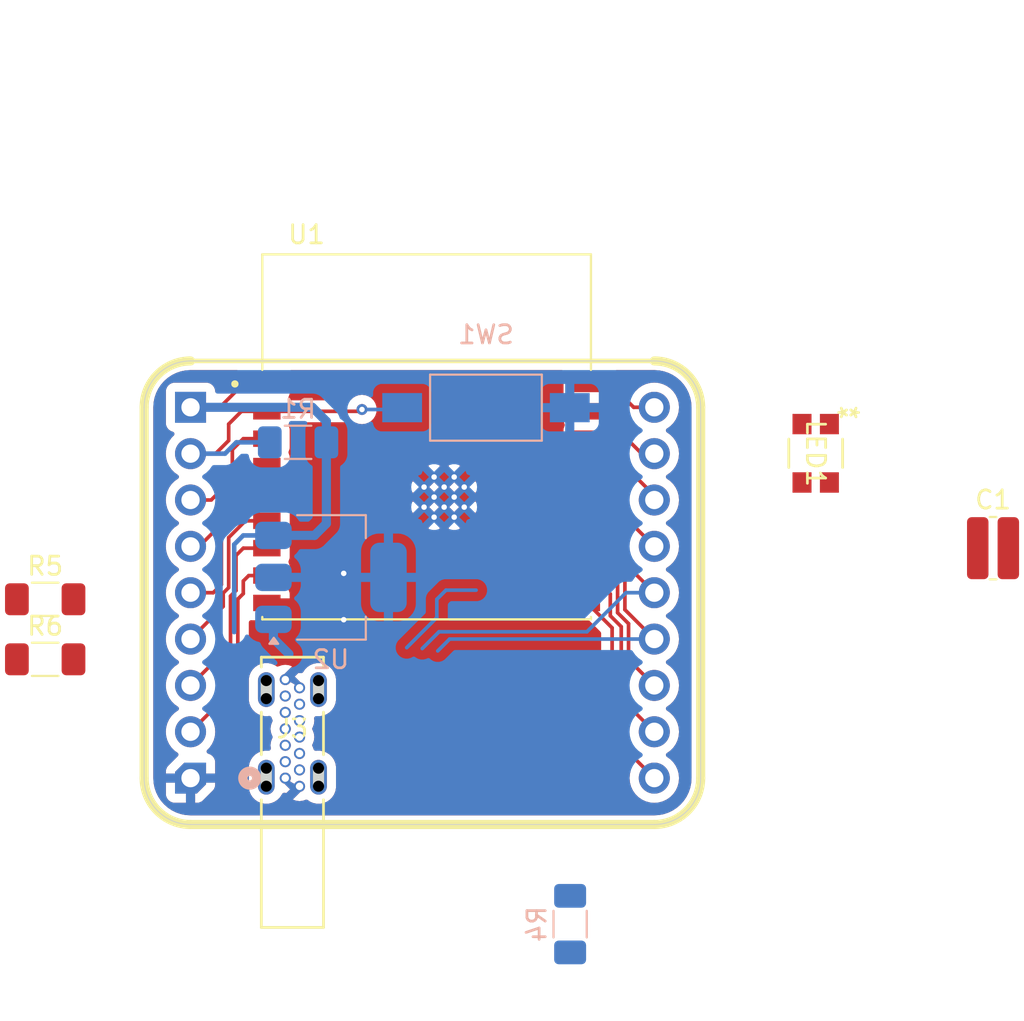
<source format=kicad_pcb>
(kicad_pcb (version 20240108) (generator "pcbnew") (generator_version "8.0")
  (layers (0 "F.Cu" signal) (31 "B.Cu" signal) (34 "B.Paste" user) (35 "F.Paste" user) (36 "B.SilkS" user "B.Silkscreen") (37 "F.SilkS" user "F.Silkscreen") (38 "B.Mask" user) (39 "F.Mask" user) (44 "Edge.Cuts" user))
  (net 0 "")
  (net 1 "GPIO3")
  (net 2 "GND")
  (net 3 "GPIO2")
  (net 4 "GPIO1")
  (net 5 "GPIO0")
  (net 6 "GPIO4")
  (net 7 "VBUS")
  (net 8 "GPIO7")
  (net 9 "USB_D+")
  (net 10 "UART-RX")
  (net 11 "USB_D-")
  (net 12 "GPIO5")
  (net 13 "GPIO8")
  (net 14 "UART-TX")
  (net 15 "GPIO10")
  (net 16 "EN")
  (net 17 "GPIO9")
  (net 18 "3V3")
  (net 19 "GPIO6")
  (net 21 "Net-(LED1-GND-Pad1)")
  (net 30 "Net-(J3-CC2)")
  (net 31 "Net-(J3-CC1)")
  (footprint "Alexander Footprint Library:ESP32-C3-WROOM-02-H4" (layer "F.Cu") (at 156.94 61.1)
    (property "Reference" "U1" (at -6.575 -11.085 0) (layer "F.SilkS"))
    (property "Value" "ESP32-C3-WROOM-02-N4")
    (fp_line (start -9 -10) (end -9 -3.67) (stroke (width 0.127)) (layer "F.SilkS"))
    (fp_line (start -9 10) (end -9 9.87) (stroke (width 0.127)) (layer "F.SilkS"))
    (fp_line (start -9 10) (end 9 10) (stroke (width 0.127)) (layer "F.SilkS"))
    (fp_line (start 9 -10) (end -9 -10) (stroke (width 0.127)) (layer "F.SilkS"))
    (fp_line (start 9 -3.67) (end 9 -10) (stroke (width 0.127)) (layer "F.SilkS"))
    (fp_line (start 9 10) (end 9 9.87) (stroke (width 0.127)) (layer "F.SilkS"))
    (fp_circle (center -10.5 -2.9) (end -10.4 -2.9) (stroke (width 0.2)) (fill none) (layer "F.SilkS"))
    (pad "1" smd rect (at -8.75 -2.9) (size 1.5 0.9) (layers "F.Cu" "F.Paste" "F.Mask") (net 18 "3V3"))
    (pad "2" smd rect (at -8.75 -1.4) (size 1.5 0.9) (layers "F.Cu" "F.Paste" "F.Mask") (net 16 "EN"))
    (pad "3" smd rect (at -8.75 0.1) (size 1.5 0.9) (layers "F.Cu" "F.Paste" "F.Mask") (net 6 "GPIO4"))
    (pad "4" smd rect (at -8.75 1.6) (size 1.5 0.9) (layers "F.Cu" "F.Paste" "F.Mask") (net 12 "GPIO5"))
    (pad "5" smd rect (at -8.75 3.1) (size 1.5 0.9) (layers "F.Cu" "F.Paste" "F.Mask") (net 19 "GPIO6"))
    (pad "6" smd rect (at -8.75 4.6) (size 1.5 0.9) (layers "F.Cu" "F.Paste" "F.Mask") (net 8 "GPIO7"))
    (pad "7" smd rect (at -8.75 6.1) (size 1.5 0.9) (layers "F.Cu" "F.Paste" "F.Mask") (net 13 "GPIO8"))
    (pad "8" smd rect (at -8.75 7.6) (size 1.5 0.9) (layers "F.Cu" "F.Paste" "F.Mask") (net 17 "GPIO9"))
    (pad "9" smd rect (at -8.75 9.1) (size 1.5 0.9) (layers "F.Cu" "F.Paste" "F.Mask") (net 2 "GND"))
    (pad "10" smd rect (at 8.75 9.1) (size 1.5 0.9) (layers "F.Cu" "F.Paste" "F.Mask") (net 15 "GPIO10"))
    (pad "11" smd rect (at 8.75 7.6) (size 1.5 0.9) (layers "F.Cu" "F.Paste" "F.Mask") (net 10 "UART-RX"))
    (pad "12" smd rect (at 8.75 6.1) (size 1.5 0.9) (layers "F.Cu" "F.Paste" "F.Mask") (net 14 "UART-TX"))
    (pad "13" smd rect (at 8.75 4.6) (size 1.5 0.9) (layers "F.Cu" "F.Paste" "F.Mask") (net 11 "USB_D-"))
    (pad "14" smd rect (at 8.75 3.1) (size 1.5 0.9) (layers "F.Cu" "F.Paste" "F.Mask") (net 9 "USB_D+"))
    (pad "15" smd rect (at 8.75 1.6) (size 1.5 0.9) (layers "F.Cu" "F.Paste" "F.Mask") (net 1 "GPIO3"))
    (pad "16" smd rect (at 8.75 0.1) (size 1.5 0.9) (layers "F.Cu" "F.Paste" "F.Mask") (net 3 "GPIO2"))
    (pad "17" smd rect (at 8.75 -1.4) (size 1.5 0.9) (layers "F.Cu" "F.Paste" "F.Mask") (net 4 "GPIO1"))
    (pad "18" smd rect (at 8.75 -2.9) (size 1.5 0.9) (layers "F.Cu" "F.Paste" "F.Mask") (net 5 "GPIO0"))
    (pad "19" smd rect (at -0.14 2.2) (size 0.7 0.7) (layers "F.Cu" "F.Paste" "F.Mask") (net 2 "GND"))
    (pad "20" smd rect (at 0.96 2.2) (size 0.7 0.7) (layers "F.Cu" "F.Paste" "F.Mask") (net 2 "GND"))
    (pad "21" smd rect (at 2.06 2.2) (size 0.7 0.7) (layers "F.Cu" "F.Paste" "F.Mask") (net 2 "GND"))
    (pad "22" smd rect (at -0.14 3.3) (size 0.7 0.7) (layers "F.Cu" "F.Paste" "F.Mask") (net 2 "GND"))
    (pad "23" smd rect (at 0.96 3.3) (size 0.7 0.7) (layers "F.Cu" "F.Paste" "F.Mask") (net 2 "GND"))
    (pad "24" smd rect (at 2.06 3.3) (size 0.7 0.7) (layers "F.Cu" "F.Paste" "F.Mask") (net 2 "GND"))
    (pad "25" smd rect (at -0.14 4.4) (size 0.7 0.7) (layers "F.Cu" "F.Paste" "F.Mask") (net 2 "GND"))
    (pad "26" smd rect (at 0.96 4.4) (size 0.7 0.7) (layers "F.Cu" "F.Paste" "F.Mask") (net 2 "GND"))
    (pad "27" smd rect (at 2.06 4.4) (size 0.7 0.7) (layers "F.Cu" "F.Paste" "F.Mask") (net 2 "GND"))
    (pad "28" thru_hole circle (at 0.41 2.2) (size 0.4 0.4) (drill 0.3) (layers "*.Cu") (net 2 "GND"))
    (pad "29" thru_hole circle (at 1.51 2.2) (size 0.4 0.4) (drill 0.3) (layers "*.Cu") (net 2 "GND"))
    (pad "30" thru_hole circle (at -0.14 2.75) (size 0.4 0.4) (drill 0.3) (layers "*.Cu") (net 2 "GND"))
    (pad "31" thru_hole circle (at 0.96 2.75) (size 0.4 0.4) (drill 0.3) (layers "*.Cu") (net 2 "GND"))
    (pad "32" thru_hole circle (at 2.06 2.75) (size 0.4 0.4) (drill 0.3) (layers "*.Cu") (net 2 "GND"))
    (pad "33" thru_hole circle (at 0.41 3.3) (size 0.4 0.4) (drill 0.3) (layers "*.Cu") (net 2 "GND"))
    (pad "34" thru_hole circle (at 1.51 3.3) (size 0.4 0.4) (drill 0.3) (layers "*.Cu") (net 2 "GND"))
    (pad "35" thru_hole circle (at -0.14 3.85) (size 0.4 0.4) (drill 0.3) (layers "*.Cu") (net 2 "GND"))
    (pad "36" thru_hole circle (at 0.96 3.85) (size 0.4 0.4) (drill 0.3) (layers "*.Cu") (net 2 "GND"))
    (pad "37" thru_hole circle (at 2.06 3.85) (size 0.4 0.4) (drill 0.3) (layers "*.Cu") (net 2 "GND"))
    (pad "38" thru_hole circle (at 0.41 4.4) (size 0.4 0.4) (drill 0.3) (layers "*.Cu") (net 2 "GND"))
    (pad "39" thru_hole circle (at 1.51 4.4) (size 0.4 0.4) (drill 0.3) (layers "*.Cu") (net 2 "GND"))
    (zone (net 0) (net_name "") (layer "F.Cu") (connect_pads (clearance 0)) (min_thickness 0.01)
      (keepout (tracks not_allowed) (vias not_allowed) (pads not_allowed) (copperpour not_allowed) (footprints allowed))
      (fill (thermal_gap 0.508) (thermal_bridge_width 0.508))
      (polygon (pts (xy 147.94 51.1) (xy 165.94 51.1) (xy 165.94 57.1) (xy 147.94 57.1)))
    )
    (zone (net 0) (net_name "") (layer "B.Cu") (connect_pads (clearance 0)) (min_thickness 0.01)
      (keepout (tracks not_allowed) (vias not_allowed) (pads not_allowed) (copperpour not_allowed) (footprints allowed))
      (fill (thermal_gap 0.508) (thermal_bridge_width 0.508))
      (polygon (pts (xy 147.94 51.1) (xy 165.94 51.1) (xy 165.94 57.1) (xy 147.94 57.1)))
    )
  )
  (footprint "Alexander Footprint Library:B1552_HVK-M" (layer "F.Cu") (at 178.249999 62.0002 -90)
    (property "Reference" "LED1" (at 0 0 -90) (layer "F.SilkS"))
    (property "Value" "LED-RED-GREEN-B1552USUG20D")
    (fp_line (start -0.777373 1.4732) (end 0.777373 1.4732) (stroke (width 0.1524)) (layer "F.SilkS"))
    (fp_line (start -0.777373 -1.4732) (end 0.777373 -1.4732) (stroke (width 0.1524)) (layer "F.SilkS"))
    (fp_text user "*" (at -2.2352 -1.8041 -90) (layer "F.SilkS"))
    (fp_text user "*" (at -2.2352 -1.8041 90) (layer "F.SilkS"))
    (pad "1" smd rect (at -1.6002 -0.750001 270) (size 1.1176 1.0414) (layers "F.Cu" "F.Paste" "F.Mask") (net 21 "Net-(LED1-GND-Pad1)"))
    (pad "2" smd rect (at -1.6002 0.750001 270) (size 1.1176 1.0414) (layers "F.Cu" "F.Paste" "F.Mask") (net 18 "3V3"))
    (pad "3" smd rect (at 1.6002 0.750001 270) (size 1.1176 1.0414) (layers "F.Cu" "F.Paste" "F.Mask"))
    (pad "4" smd rect (at 1.6002 -0.750001 270) (size 1.1176 1.0414) (layers "F.Cu" "F.Paste" "F.Mask") (net 21 "Net-(LED1-GND-Pad1)"))
  )
  (footprint "Alexander Footprint Library:USB-C_KUSBX-SL-CS1N14-B_KYC" (layer "F.Cu") (at 149.2 79.799999)
    (property "Reference" "J3" (at 0.39 -2.7 0) (layer "F.SilkS"))
    (property "Value" "USB-C_KUSBX-SL-CS1N14-B")
    (fp_circle (center -1.9468 0) (end -1.5658 0) (stroke (width 0.508)) (fill none) (layer "B.SilkS"))
    (fp_line (start -1.3118 -6.627) (end -1.3118 -6.087007) (stroke (width 0.1524)) (layer "F.SilkS"))
    (fp_line (start -1.3118 -3.612992) (end -1.3118 -1.287007) (stroke (width 0.1524)) (layer "F.SilkS"))
    (fp_line (start -1.3118 1.187007) (end -1.3118 8.1812) (stroke (width 0.1524)) (layer "F.SilkS"))
    (fp_line (start -1.3118 8.1812) (end 2.0918 8.1812) (stroke (width 0.1524)) (layer "F.SilkS"))
    (fp_line (start 2.0918 -6.627) (end -1.3118 -6.627) (stroke (width 0.1524)) (layer "F.SilkS"))
    (fp_line (start 2.0918 -6.087007) (end 2.0918 -6.627) (stroke (width 0.1524)) (layer "F.SilkS"))
    (fp_line (start 2.0918 -1.287007) (end 2.0918 -3.612992) (stroke (width 0.1524)) (layer "F.SilkS"))
    (fp_line (start 2.0918 8.1812) (end 2.0918 1.187007) (stroke (width 0.1524)) (layer "F.SilkS"))
    (fp_line (start -1.04 -4.354699) (end -1.04 -5.345299) (stroke (width 0.6096)) (layer "Edge.Cuts"))
    (fp_line (start -1.04 0.4453) (end -1.04 -0.5453) (stroke (width 0.6096)) (layer "Edge.Cuts"))
    (fp_line (start 1.82 -4.354699) (end 1.82 -5.345299) (stroke (width 0.6096)) (layer "Edge.Cuts"))
    (fp_line (start 1.82 0.4453) (end 1.82 -0.5453) (stroke (width 0.6096)) (layer "Edge.Cuts"))
    (pad "" np_thru_hole circle (at -1.04 -5.345299) (size 0.6096 0.6096) (drill 0.6096) (layers))
    (pad "" np_thru_hole circle (at -1.04 -4.354699) (size 0.6096 0.6096) (drill 0.6096) (layers))
    (pad "" np_thru_hole circle (at -1.04 -0.5453) (size 0.6096 0.6096) (drill 0.6096) (layers))
    (pad "" np_thru_hole circle (at -1.04 0.4453) (size 0.6096 0.6096) (drill 0.6096) (layers))
    (pad "" np_thru_hole circle (at 1.82 -5.345299) (size 0.6096 0.6096) (drill 0.6096) (layers))
    (pad "" np_thru_hole circle (at 1.82 -4.354699) (size 0.6096 0.6096) (drill 0.6096) (layers))
    (pad "" np_thru_hole circle (at 1.82 -0.5453) (size 0.6096 0.6096) (drill 0.6096) (layers))
    (pad "" np_thru_hole circle (at 1.82 0.4453) (size 0.6096 0.6096) (drill 0.6096) (layers))
    (pad "A1" thru_hole circle (at 0 0) (size 0.6096 0.6096) (drill 0.4064) (layers "*.Cu" "*.Mask") (net 2 "GND"))
    (pad "A4" thru_hole circle (at 0 -0.900001) (size 0.6096 0.6096) (drill 0.4064) (layers "*.Cu" "*.Mask"))
    (pad "A5" thru_hole circle (at 0 -1.799999) (size 0.6096 0.6096) (drill 0.4064) (layers "*.Cu" "*.Mask") (net 31 "Net-(J3-CC1)"))
    (pad "A6" thru_hole circle (at 0 -2.7) (size 0.6096 0.6096) (drill 0.4064) (layers "*.Cu" "*.Mask"))
    (pad "A7" thru_hole circle (at 0 -3.6) (size 0.6096 0.6096) (drill 0.4064) (layers "*.Cu" "*.Mask"))
    (pad "A9" thru_hole circle (at 0 -4.499999) (size 0.6096 0.6096) (drill 0.4064) (layers "*.Cu" "*.Mask"))
    (pad "A12" thru_hole circle (at 0 -5.399999) (size 0.6096 0.6096) (drill 0.4064) (layers "*.Cu" "*.Mask") (net 2 "GND"))
    (pad "B1" thru_hole circle (at 0.780001 -4.949999) (size 0.6096 0.6096) (drill 0.4064) (layers "*.Cu" "*.Mask") (net 2 "GND"))
    (pad "B4" thru_hole circle (at 0.780001 -4.049999) (size 0.6096 0.6096) (drill 0.4064) (layers "*.Cu" "*.Mask"))
    (pad "B5" thru_hole circle (at 0.780001 -3.149999) (size 0.6096 0.6096) (drill 0.4064) (layers "*.Cu" "*.Mask") (net 30 "Net-(J3-CC2)"))
    (pad "B6" thru_hole circle (at 0.780001 -2.249999) (size 0.6096 0.6096) (drill 0.4064) (layers "*.Cu" "*.Mask"))
    (pad "B7" thru_hole circle (at 0.780001 -1.349999) (size 0.6096 0.6096) (drill 0.4064) (layers "*.Cu" "*.Mask"))
    (pad "B9" thru_hole circle (at 0.780001 -0.449999) (size 0.6096 0.6096) (drill 0.4064) (layers "*.Cu" "*.Mask"))
    (pad "B12" thru_hole circle (at 0.780001 0.450001) (size 0.6096 0.6096) (drill 0.4064) (layers "*.Cu" "*.Mask") (net 2 "GND"))
    (pad "S_1" thru_hole oval (at -1.04 -0.05 90) (size 1.905 0.9144) (drill 0.0254) (layers "*.Cu" "*.Mask"))
    (pad "S_2" thru_hole oval (at 1.82 -0.05 90) (size 1.905 0.9144) (drill 0.0254) (layers "*.Cu" "*.Mask"))
    (pad "S_3" thru_hole oval (at -1.04 -4.849999 90) (size 1.905 0.9144) (drill 0.0254) (layers "*.Cu" "*.Mask"))
    (pad "S_4" thru_hole oval (at 1.82 -4.849999 90) (size 1.905 0.9144) (drill 0.0254) (layers "*.Cu" "*.Mask"))
  )
  (footprint "Resistor_SMD:R_1206_3216Metric_Pad1.30x1.75mm_HandSolder" (layer "F.Cu") (at 136.05 70)
    (property "Reference" "R5" (at 0 -1.82 0) (layer "F.SilkS"))
    (property "Value" "5k1")
    (fp_line (start -0.727064 -0.91) (end 0.727064 -0.91) (stroke (width 0.12)) (layer "F.SilkS"))
    (fp_line (start -0.727064 0.91) (end 0.727064 0.91) (stroke (width 0.12)) (layer "F.SilkS"))
    (pad "1" smd roundrect (at -1.55 0) (size 1.3 1.75) (layers "F.Cu" "F.Paste" "F.Mask") (roundrect_rratio 0.192308) (net 31 "Net-(J3-CC1)"))
    (pad "2" smd roundrect (at 1.55 0) (size 1.3 1.75) (layers "F.Cu" "F.Paste" "F.Mask") (roundrect_rratio 0.192308) (net 2 "GND"))
  )
  (footprint "Alexander Footprint Library:Conn_ESP32-C3-WROOM-02" (layer "F.Cu") (at 159.25 64.56)
    (property "Reference" "J2" (hide yes))
    (property "Value" "~")
    (fp_line (start -17.78 -5.08) (end -17.78 15.24) (stroke (width 0.5)) (layer "F.SilkS"))
    (fp_line (start -15.24 -7.62) (end 10.16 -7.62) (stroke (width 0.25)) (layer "F.SilkS"))
    (fp_line (start -15.24 17.78) (end 10.16 17.78) (stroke (width 0.5)) (layer "F.SilkS"))
    (fp_line (start 12.7 -5.08) (end 12.7 15.24) (stroke (width 0.5)) (layer "F.SilkS"))
    (fp_arc (start -17.78 -5.08) (mid -17.036051 -6.876051) (end -15.24 -7.62) (stroke (width 0.5)) (layer "F.SilkS"))
    (fp_arc (start -15.24 17.78) (mid -17.036051 17.036051) (end -17.78 15.24) (stroke (width 0.5)) (layer "F.SilkS"))
    (fp_arc (start 10.16 -7.62) (mid 11.956051 -6.876051) (end 12.7 -5.08) (stroke (width 0.5)) (layer "F.SilkS"))
    (fp_arc (start 12.7 15.24) (mid 11.956051 17.036051) (end 10.16 17.78) (stroke (width 0.5)) (layer "F.SilkS"))
    (fp_line (start -17.78 15.24) (end -17.78 -5.08) (stroke (width 0.05)) (layer "Edge.Cuts"))
    (fp_line (start -15.24 -7.62) (end 10.16 -7.62) (stroke (width 0.05)) (layer "Edge.Cuts"))
    (fp_line (start 10.16 17.78) (end -15.24 17.78) (stroke (width 0.05)) (layer "Edge.Cuts"))
    (fp_line (start 12.7 -5.08) (end 12.7 15.24) (stroke (width 0.05)) (layer "Edge.Cuts"))
    (fp_arc (start -17.78 -5.08) (mid -17.036051 -6.876051) (end -15.24 -7.62) (stroke (width 0.05)) (layer "Edge.Cuts"))
    (fp_arc (start -15.24 17.78) (mid -17.036051 17.036051) (end -17.78 15.24) (stroke (width 0.05)) (layer "Edge.Cuts"))
    (fp_arc (start 10.16 -7.62) (mid 11.956051 -6.876051) (end 12.7 -5.08) (stroke (width 0.05)) (layer "Edge.Cuts"))
    (fp_arc (start 12.7 15.24) (mid 11.956051 17.036051) (end 10.16 17.78) (stroke (width 0.05)) (layer "Edge.Cuts"))
    (pad "1" thru_hole rect (at -15.24 -5.08) (size 1.7 1.7) (drill 1) (layers "*.Cu" "*.Mask") (net 18 "3V3"))
    (pad "2" thru_hole circle (at -15.24 -2.54) (size 1.7 1.7) (drill 1) (layers "*.Cu" "*.Mask") (net 16 "EN"))
    (pad "3" thru_hole circle (at -15.24 0) (size 1.7 1.7) (drill 1) (layers "*.Cu" "*.Mask") (net 6 "GPIO4"))
    (pad "4" thru_hole circle (at -15.24 2.54) (size 1.7 1.7) (drill 1) (layers "*.Cu" "*.Mask") (net 12 "GPIO5"))
    (pad "5" thru_hole circle (at -15.24 5.08) (size 1.7 1.7) (drill 1) (layers "*.Cu" "*.Mask") (net 19 "GPIO6"))
    (pad "6" thru_hole circle (at -15.24 7.62) (size 1.7 1.7) (drill 1) (layers "*.Cu" "*.Mask") (net 8 "GPIO7"))
    (pad "7" thru_hole circle (at -15.24 10.16) (size 1.7 1.7) (drill 1) (layers "*.Cu" "*.Mask") (net 13 "GPIO8"))
    (pad "8" thru_hole circle (at -15.24 12.7) (size 1.7 1.7) (drill 1) (layers "*.Cu" "*.Mask") (net 17 "GPIO9"))
    (pad "9" thru_hole roundrect (at -15.24 15.24) (size 1.7 1.7) (drill 1) (layers "*.Cu" "*.Mask") (roundrect_rratio 0) (chamfer_ratio 0.3) (chamfer top_left bottom_right) (net 2 "GND"))
    (pad "10" thru_hole circle (at 10.16 15.24) (size 1.7 1.7) (drill 1) (layers "*.Cu" "*.Mask") (net 15 "GPIO10"))
    (pad "11" thru_hole circle (at 10.16 12.7) (size 1.7 1.7) (drill 1) (layers "*.Cu" "*.Mask") (net 10 "UART-RX"))
    (pad "12" thru_hole circle (at 10.16 10.16) (size 1.7 1.7) (drill 1) (layers "*.Cu" "*.Mask") (net 14 "UART-TX"))
    (pad "13" thru_hole circle (at 10.16 7.62) (size 1.7 1.7) (drill 1) (layers "*.Cu" "*.Mask") (net 11 "USB_D-"))
    (pad "14" thru_hole circle (at 10.16 5.08) (size 1.7 1.7) (drill 1) (layers "*.Cu" "*.Mask") (net 9 "USB_D+"))
    (pad "15" thru_hole circle (at 10.16 2.54) (size 1.7 1.7) (drill 1) (layers "*.Cu" "*.Mask") (net 1 "GPIO3"))
    (pad "16" thru_hole circle (at 10.16 0) (size 1.7 1.7) (drill 1) (layers "*.Cu" "*.Mask") (net 3 "GPIO2"))
    (pad "17" thru_hole circle (at 10.16 -2.54) (size 1.7 1.7) (drill 1) (layers "*.Cu" "*.Mask") (net 4 "GPIO1"))
    (pad "18" thru_hole circle (at 10.16 -5.08) (size 1.7 1.7) (drill 1) (layers "*.Cu" "*.Mask") (net 5 "GPIO0"))
  )
  (footprint "Resistor_SMD:R_0612_1632Metric_Pad1.18x3.40mm_HandSolder" (layer "F.Cu") (at 187.9625 67.2)
    (property "Reference" "C1" (at 0 -2.65 0) (layer "F.SilkS"))
    (property "Value" "1uF")
    (fp_line (start -0.182983 -1.71) (end 0.182983 -1.71) (stroke (width 0.12)) (layer "F.SilkS"))
    (fp_line (start -0.182983 1.71) (end 0.182983 1.71) (stroke (width 0.12)) (layer "F.SilkS"))
    (pad "1" smd roundrect (at -0.8375 0) (size 1.175 3.4) (layers "F.Cu" "F.Paste" "F.Mask") (roundrect_rratio 0.212766) (net 16 "EN"))
    (pad "2" smd roundrect (at 0.8375 0) (size 1.175 3.4) (layers "F.Cu" "F.Paste" "F.Mask") (roundrect_rratio 0.212766) (net 2 "GND"))
  )
  (footprint "Resistor_SMD:R_1206_3216Metric_Pad1.30x1.75mm_HandSolder" (layer "F.Cu") (at 136.05 73.29)
    (property "Reference" "R6" (at 0 -1.82 0) (layer "F.SilkS"))
    (property "Value" "5k1")
    (fp_line (start -0.727064 -0.91) (end 0.727064 -0.91) (stroke (width 0.12)) (layer "F.SilkS"))
    (fp_line (start -0.727064 0.91) (end 0.727064 0.91) (stroke (width 0.12)) (layer "F.SilkS"))
    (pad "1" smd roundrect (at -1.55 0) (size 1.3 1.75) (layers "F.Cu" "F.Paste" "F.Mask") (roundrect_rratio 0.192308) (net 2 "GND"))
    (pad "2" smd roundrect (at 1.55 0) (size 1.3 1.75) (layers "F.Cu" "F.Paste" "F.Mask") (roundrect_rratio 0.192308) (net 30 "Net-(J3-CC2)"))
  )
  (footprint "Package_TO_SOT_SMD:SOT-223-3_TabPin2" (layer "B.Cu") (at 151.7 68.8)
    (property "Reference" "U2" (at 0 4.5 0) (layer "B.SilkS") (effects (justify mirror)))
    (property "Value" "AMS1117-3V3")
    (fp_line (start 1.91 -3.41) (end -1.85 -3.41) (stroke (width 0.12)) (layer "B.SilkS"))
    (fp_line (start 1.91 -2.15) (end 1.91 -3.41) (stroke (width 0.12)) (layer "B.SilkS"))
    (fp_line (start 1.91 2.15) (end 1.91 3.41) (stroke (width 0.12)) (layer "B.SilkS"))
    (fp_line (start 1.91 3.41) (end -1.85 3.41) (stroke (width 0.12)) (layer "B.SilkS"))
    (fp_poly (pts (xy -3.13 3.31) (xy -3.37 3.64) (xy -2.89 3.64) (xy -3.13 3.31)) (stroke (width 0.12)) (fill solid) (layer "B.SilkS"))
    (pad "1" smd roundrect (at -3.15 2.3) (size 2 1.5) (layers "B.Cu" "B.Paste" "B.Mask") (net 7 "VBUS"))
    (pad "2" smd roundrect (at -3.15 0) (size 2 1.5) (layers "B.Cu" "B.Paste" "B.Mask") (net 2 "GND"))
    (pad "2" smd roundrect (at 3.15 0) (size 2 3.8) (layers "B.Cu" "B.Paste" "B.Mask") (net 2 "GND"))
    (pad "3" smd roundrect (at -3.15 -2.3) (size 2 1.5) (layers "B.Cu" "B.Paste" "B.Mask") (net 18 "3V3"))
  )
  (footprint "Alexander Footprint Library:SW_SPST_6x3" (layer "B.Cu") (at 160.19 59.5 180)
    (property "Reference" "SW1" (at 0 4 0) (layer "B.SilkS") (effects (justify mirror)))
    (property "Value" "SW_Push")
    (fp_line (start 3.06 1.81) (end -3.06 1.81) (stroke (width 0.12)) (layer "B.SilkS"))
    (fp_line (start 3.06 -1.81) (end 3.06 1.81) (stroke (width 0.12)) (layer "B.SilkS"))
    (fp_line (start -3.06 1.81) (end -3.06 -1.81) (stroke (width 0.12)) (layer "B.SilkS"))
    (fp_line (start -3.06 -1.81) (end 3.06 -1.81) (stroke (width 0.12)) (layer "B.SilkS"))
    (pad "1" smd rect (at -4.59 0 180) (size 2.18 1.6) (layers "B.Cu" "B.Paste" "B.Mask") (net 2 "GND"))
    (pad "2" smd rect (at 4.59 0 180) (size 2.18 1.6) (layers "B.Cu" "B.Paste" "B.Mask") (net 16 "EN"))
  )
  (footprint "Resistor_SMD:R_1206_3216Metric_Pad1.30x1.75mm_HandSolder" (layer "B.Cu") (at 149.9 61.4 180)
    (property "Reference" "R1" (at 0 1.82 0) (layer "B.SilkS") (effects (justify mirror)))
    (property "Value" "10k")
    (fp_line (start 0.727064 0.91) (end -0.727064 0.91) (stroke (width 0.12)) (layer "B.SilkS"))
    (fp_line (start 0.727064 -0.91) (end -0.727064 -0.91) (stroke (width 0.12)) (layer "B.SilkS"))
    (pad "1" smd roundrect (at -1.55 0 180) (size 1.3 1.75) (layers "B.Cu" "B.Paste" "B.Mask") (roundrect_rratio 0.192308) (net 18 "3V3"))
    (pad "2" smd roundrect (at 1.55 0 180) (size 1.3 1.75) (layers "B.Cu" "B.Paste" "B.Mask") (roundrect_rratio 0.192308) (net 16 "EN"))
  )
  (footprint "Resistor_SMD:R_1206_3216Metric_Pad1.30x1.75mm_HandSolder" (layer "B.Cu") (at 164.8 87.8 -90)
    (property "Reference" "R4" (at 0 1.82 90) (layer "B.SilkS") (effects (justify mirror)))
    (property "Value" "5k1")
    (fp_line (start 0.727064 0.91) (end -0.727064 0.91) (stroke (width 0.12)) (layer "B.SilkS"))
    (fp_line (start 0.727064 -0.91) (end -0.727064 -0.91) (stroke (width 0.12)) (layer "B.SilkS"))
    (pad "1" smd roundrect (at -1.55 0 270) (size 1.3 1.75) (layers "B.Cu" "B.Paste" "B.Mask") (roundrect_rratio 0.192308) (net 2 "GND"))
    (pad "2" smd roundrect (at 1.55 0 270) (size 1.3 1.75) (layers "B.Cu" "B.Paste" "B.Mask") (roundrect_rratio 0.192308) (net 21 "Net-(LED1-GND-Pad1)"))
  )
  (segment (start 158 69.5) (end 159.65 69.5) (width 0.2) (layer "B.Cu") (net 0))
  (segment (start 155.849999 72.650001) (end 157.5 71) (width 0.2) (layer "B.Cu") (net 0))
  (segment (start 157.5 70) (end 158 69.5) (width 0.2) (layer "B.Cu") (net 0))
  (segment (start 157.5 71) (end 157.5 70) (width 0.2) (layer "B.Cu") (net 0))
  (segment (start 167.2 62.7) (end 167.8 63.3) (width 0.2) (layer "F.Cu") (net 1))
  (segment (start 165.69 62.7) (end 167.2 62.7) (width 0.2) (layer "F.Cu") (net 1))
  (segment (start 167.8 63.3) (end 167.8 65.49) (width 0.2) (layer "F.Cu") (net 1))
  (segment (start 167.8 65.49) (end 169.41 67.1) (width 0.2) (layer "F.Cu") (net 1))
  (via (at 152.4 68.58) (size 0.6) (drill 0.3) (layers "F.Cu" "B.Cu") (net 2))
  (via (at 152.4 71.12) (size 0.6) (drill 0.3) (layers "F.Cu" "B.Cu") (net 2))
  (segment (start 165.69 61.2) (end 166.3 61.2) (width 0.2) (layer "F.Cu") (net 3))
  (segment (start 166.3 61.2) (end 169.41 64.31) (width 0.2) (layer "F.Cu") (net 3))
  (segment (start 169.41 64.31) (end 169.41 64.56) (width 0.2) (layer "F.Cu") (net 3))
  (segment (start 165.69 59.7) (end 166.4 59.7) (width 0.2) (layer "F.Cu") (net 4))
  (segment (start 166.4 59.7) (end 168.72 62.02) (width 0.2) (layer "F.Cu") (net 4))
  (segment (start 168.72 62.02) (end 169.41 62.02) (width 0.2) (layer "F.Cu") (net 4))
  (segment (start 168.28 59.48) (end 167 58.2) (width 0.2) (layer "F.Cu") (net 5))
  (segment (start 167 58.2) (end 165.69 58.2) (width 0.2) (layer "F.Cu") (net 5))
  (segment (start 169.41 59.48) (end 168.28 59.48) (width 0.2) (layer "F.Cu") (net 5))
  (segment (start 148.19 61.2) (end 146.9 61.2) (width 0.2) (layer "F.Cu") (net 6))
  (segment (start 146.9 61.2) (end 146.3 61.8) (width 0.2) (layer "F.Cu") (net 6))
  (segment (start 146.3 63.4) (end 145.14 64.56) (width 0.2) (layer "F.Cu") (net 6))
  (segment (start 146.3 61.8) (end 146.3 63.4) (width 0.2) (layer "F.Cu") (net 6))
  (segment (start 145.14 64.56) (end 144.01 64.56) (width 0.2) (layer "F.Cu") (net 6))
  (segment (start 148.55 71.1) (end 148.55 72.15) (width 0.5) (layer "B.Cu") (net 7))
  (segment (start 148.55 72.15) (end 149.4 73) (width 0.5) (layer "B.Cu") (net 7))
  (segment (start 148.19 65.7) (end 147.015686 65.7) (width 0.2) (layer "F.Cu") (net 8))
  (segment (start 146.1 66.615686) (end 146.1 69.358628) (width 0.2) (layer "F.Cu") (net 8))
  (segment (start 146.1 69.358628) (end 145.8 69.658628) (width 0.2) (layer "F.Cu") (net 8))
  (segment (start 145.8 69.658628) (end 145.8 70.39) (width 0.2) (layer "F.Cu") (net 8))
  (segment (start 147.015686 65.7) (end 146.1 66.615686) (width 0.2) (layer "F.Cu") (net 8))
  (segment (start 145.8 70.39) (end 144.01 72.18) (width 0.2) (layer "F.Cu") (net 8))
  (segment (start 167.8 66.055686) (end 167.8 68.03) (width 0.2) (layer "F.Cu") (net 9))
  (segment (start 165.69 64.2) (end 167.1 64.2) (width 0.2) (layer "F.Cu") (net 9))
  (segment (start 167.8 68.03) (end 169.41 69.64) (width 0.2) (layer "F.Cu") (net 9))
  (segment (start 167.4 64.5) (end 167.4 65.655686) (width 0.2) (layer "F.Cu") (net 9))
  (segment (start 167.1 64.2) (end 167.4 64.5) (width 0.2) (layer "F.Cu") (net 9))
  (segment (start 167.4 65.655686) (end 167.8 66.055686) (width 0.2) (layer "F.Cu") (net 9))
  (segment (start 157.62 71.78) (end 165.72 71.78) (width 0.2) (layer "B.Cu") (net 9))
  (segment (start 165.72 71.78) (end 167.86 69.64) (width 0.2) (layer "B.Cu") (net 9))
  (segment (start 167.86 69.64) (end 169.41 69.64) (width 0.2) (layer "B.Cu") (net 9))
  (segment (start 156.7 72.7) (end 157.62 71.78) (width 0.2) (layer "B.Cu") (net 9))
  (segment (start 167 69.71) (end 167 70.901372) (width 0.2) (layer "F.Cu") (net 10))
  (segment (start 167.6 71.501372) (end 167.6 75.45) (width 0.2) (layer "F.Cu") (net 10))
  (segment (start 165.99 68.7) (end 167 69.71) (width 0.2) (layer "F.Cu") (net 10))
  (segment (start 165.69 68.7) (end 165.99 68.7) (width 0.2) (layer "F.Cu") (net 10))
  (segment (start 167 70.901372) (end 167.6 71.501372) (width 0.2) (layer "F.Cu") (net 10))
  (segment (start 167.6 75.45) (end 169.41 77.26) (width 0.2) (layer "F.Cu") (net 10))
  (segment (start 167.4 67.11) (end 167.4 68.195686) (width 0.2) (layer "F.Cu") (net 11))
  (segment (start 167.4 68.195686) (end 167.8 68.595686) (width 0.2) (layer "F.Cu") (net 11))
  (segment (start 165.69 65.7) (end 165.99 65.7) (width 0.2) (layer "F.Cu") (net 11))
  (segment (start 167.8 68.595686) (end 167.8 70.57) (width 0.2) (layer "F.Cu") (net 11))
  (segment (start 165.99 65.7) (end 167.4 67.11) (width 0.2) (layer "F.Cu") (net 11))
  (segment (start 167.8 70.57) (end 169.41 72.18) (width 0.2) (layer "F.Cu") (net 11))
  (segment (start 158.2 72.18) (end 169.41 72.18) (width 0.2) (layer "B.Cu") (net 11))
  (segment (start 157.550001 72.829999) (end 158.2 72.18) (width 0.2) (layer "B.Cu") (net 11))
  (segment (start 148.19 62.7) (end 147.1 62.7) (width 0.2) (layer "F.Cu") (net 12))
  (segment (start 145.8 65.784314) (end 144.484314 67.1) (width 0.2) (layer "F.Cu") (net 12))
  (segment (start 146.7 63.1) (end 146.7 63.565686) (width 0.2) (layer "F.Cu") (net 12))
  (segment (start 146.7 63.565686) (end 145.8 64.465686) (width 0.2) (layer "F.Cu") (net 12))
  (segment (start 145.8 64.465686) (end 145.8 65.784314) (width 0.2) (layer "F.Cu") (net 12))
  (segment (start 144.484314 67.1) (end 144.01 67.1) (width 0.2) (layer "F.Cu") (net 12))
  (segment (start 147.1 62.7) (end 146.7 63.1) (width 0.2) (layer "F.Cu") (net 12))
  (segment (start 146.5 67.6) (end 146.499999 69.524314) (width 0.2) (layer "F.Cu") (net 13))
  (segment (start 148.19 67.2) (end 146.9 67.2) (width 0.2) (layer "F.Cu") (net 13))
  (segment (start 146.499999 69.524314) (end 146.2 69.824313) (width 0.2) (layer "F.Cu") (net 13))
  (segment (start 146.9 67.2) (end 146.5 67.6) (width 0.2) (layer "F.Cu") (net 13))
  (segment (start 146.2 69.824313) (end 146.2 72.53) (width 0.2) (layer "F.Cu") (net 13))
  (segment (start 146.2 72.53) (end 144.01 74.72) (width 0.2) (layer "F.Cu") (net 13))
  (segment (start 167.4 68.761372) (end 167.4 70.735686) (width 0.2) (layer "F.Cu") (net 14))
  (segment (start 167.4 70.735686) (end 168 71.335686) (width 0.2) (layer "F.Cu") (net 14))
  (segment (start 165.69 67.2) (end 166.3 67.2) (width 0.2) (layer "F.Cu") (net 14))
  (segment (start 167 68.361372) (end 167.4 68.761372) (width 0.2) (layer "F.Cu") (net 14))
  (segment (start 168 71.335686) (end 168 73.31) (width 0.2) (layer "F.Cu") (net 14))
  (segment (start 167 67.9) (end 167 68.361372) (width 0.2) (layer "F.Cu") (net 14))
  (segment (start 166.3 67.2) (end 167 67.9) (width 0.2) (layer "F.Cu") (net 14))
  (segment (start 168 73.31) (end 169.41 74.72) (width 0.2) (layer "F.Cu") (net 14))
  (segment (start 167.9 76.315686) (end 167.9 78.29) (width 0.2) (layer "F.Cu") (net 15))
  (segment (start 165.732942 70.2) (end 167.1 71.567058) (width 0.2) (layer "F.Cu") (net 15))
  (segment (start 167.9 78.29) (end 169.41 79.8) (width 0.2) (layer "F.Cu") (net 15))
  (segment (start 165.69 70.2) (end 165.732942 70.2) (width 0.2) (layer "F.Cu") (net 15))
  (segment (start 167.1 71.567058) (end 167.1 75.515686) (width 0.2) (layer "F.Cu") (net 15))
  (segment (start 167.1 75.515686) (end 167.9 76.315686) (width 0.2) (layer "F.Cu") (net 15))
  (segment (start 146.8 59.7) (end 146.1 60.4) (width 0.2) (layer "F.Cu") (net 16))
  (segment (start 145.38 62.02) (end 144.01 62.02) (width 0.2) (layer "F.Cu") (net 16))
  (segment (start 153.3 59.7) (end 153.4 59.6) (width 0.2) (layer "F.Cu") (net 16))
  (segment (start 148.19 59.7) (end 153.3 59.7) (width 0.2) (layer "F.Cu") (net 16))
  (segment (start 146.1 60.4) (end 146.1 61.3) (width 0.2) (layer "F.Cu") (net 16))
  (segment (start 148.19 59.7) (end 146.8 59.7) (width 0.2) (layer "F.Cu") (net 16))
  (segment (start 146.1 61.3) (end 145.38 62.02) (width 0.2) (layer "F.Cu") (net 16))
  (via (at 153.4 59.6) (size 0.6) (drill 0.3) (layers "F.Cu" "B.Cu") (net 16))
  (segment (start 148.35 61.4) (end 146.52 61.4) (width 0.25) (layer "B.Cu") (net 16))
  (segment (start 144.01 62.02) (end 145.9 62.02) (width 0.25) (layer "B.Cu") (net 16))
  (segment (start 153.4 59.6) (end 155.7 59.6) (width 0.2) (layer "B.Cu") (net 16))
  (segment (start 146.52 61.4) (end 145.9 62.02) (width 0.25) (layer "B.Cu") (net 16))
  (segment (start 148.19 68.7) (end 147.2 68.7) (width 0.2) (layer "F.Cu") (net 17))
  (segment (start 145.8 75.47) (end 144.01 77.26) (width 0.2) (layer "F.Cu") (net 17))
  (segment (start 146.6 72.695686) (end 145.8 73.495686) (width 0.2) (layer "F.Cu") (net 17))
  (segment (start 147.2 68.7) (end 146.9 69) (width 0.2) (layer "F.Cu") (net 17))
  (segment (start 146.9 69) (end 146.9 69.69) (width 0.2) (layer "F.Cu") (net 17))
  (segment (start 146.665685 69.924314) (end 146.6 69.989999) (width 0.2) (layer "F.Cu") (net 17))
  (segment (start 145.8 73.495686) (end 145.8 75.47) (width 0.2) (layer "F.Cu") (net 17))
  (segment (start 146.6 69.989999) (end 146.6 72.695686) (width 0.2) (layer "F.Cu") (net 17))
  (segment (start 146.9 69.69) (end 146.665685 69.924314) (width 0.2) (layer "F.Cu") (net 17))
  (segment (start 146.9 58.2) (end 145.62 59.48) (width 0.2) (layer "F.Cu") (net 18))
  (segment (start 145.62 59.48) (end 144.01 59.48) (width 0.2) (layer "F.Cu") (net 18))
  (segment (start 148.19 58.2) (end 146.9 58.2) (width 0.2) (layer "F.Cu") (net 18))
  (segment (start 150.68 59.48) (end 151.45 60.25) (width 0.5) (layer "B.Cu") (net 18))
  (segment (start 146.4 67) (end 146.9 66.5) (width 0.25) (layer "B.Cu") (net 18))
  (segment (start 148.55 66.5) (end 150.8 66.5) (width 0.5) (layer "B.Cu") (net 18))
  (segment (start 144.03 59.5) (end 144.01 59.48) (width 0.2) (layer "B.Cu") (net 18))
  (segment (start 151.45 65.85) (end 151.45 62.1) (width 0.5) (layer "B.Cu") (net 18))
  (segment (start 144.01 59.48) (end 150.68 59.48) (width 0.5) (layer "B.Cu") (net 18))
  (segment (start 146.4 71.8) (end 146.4 67) (width 0.25) (layer "B.Cu") (net 18))
  (segment (start 150.8 66.5) (end 151.45 65.85) (width 0.5) (layer "B.Cu") (net 18))
  (segment (start 151.45 60.25) (end 151.45 62.1) (width 0.5) (layer "B.Cu") (net 18))
  (segment (start 146.9 66.5) (end 148.55 66.5) (width 0.25) (layer "B.Cu") (net 18))
  (segment (start 146.2 64.8) (end 146.2 65.95) (width 0.2) (layer "F.Cu") (net 19))
  (segment (start 145.7 69.192942) (end 145.252942 69.64) (width 0.2) (layer "F.Cu") (net 19))
  (segment (start 148.19 64.2) (end 146.8 64.2) (width 0.2) (layer "F.Cu") (net 19))
  (segment (start 145.7 66.45) (end 145.7 69.192942) (width 0.2) (layer "F.Cu") (net 19))
  (segment (start 145.252942 69.64) (end 144.01 69.64) (width 0.2) (layer "F.Cu") (net 19))
  (segment (start 146.2 65.95) (end 145.7 66.45) (width 0.2) (layer "F.Cu") (net 19))
  (segment (start 146.8 64.2) (end 146.2 64.8) (width 0.2) (layer "F.Cu") (net 19))
  (zone (net 2) (net_name "GND") (layer "F.Cu") (connect_pads (clearance 0.5)) (min_thickness 0.25) (fill yes (thermal_gap 0.5) (thermal_bridge_width 0.5))
    (polygon (pts (xy 141.1 56.6) (xy 172.6 56.6) (xy 172.6 83) (xy 141 83)))
  )
  (zone (net 2) (net_name "GND") (layer "B.Cu") (priority 1) (connect_pads (clearance 0.5)) (min_thickness 0.25) (fill yes (thermal_gap 0.5) (thermal_bridge_width 0.5))
    (polygon (pts (xy 141.1 56.5) (xy 172.6 56.6) (xy 172.6 83) (xy 141 83.1)))
  )
)
</source>
